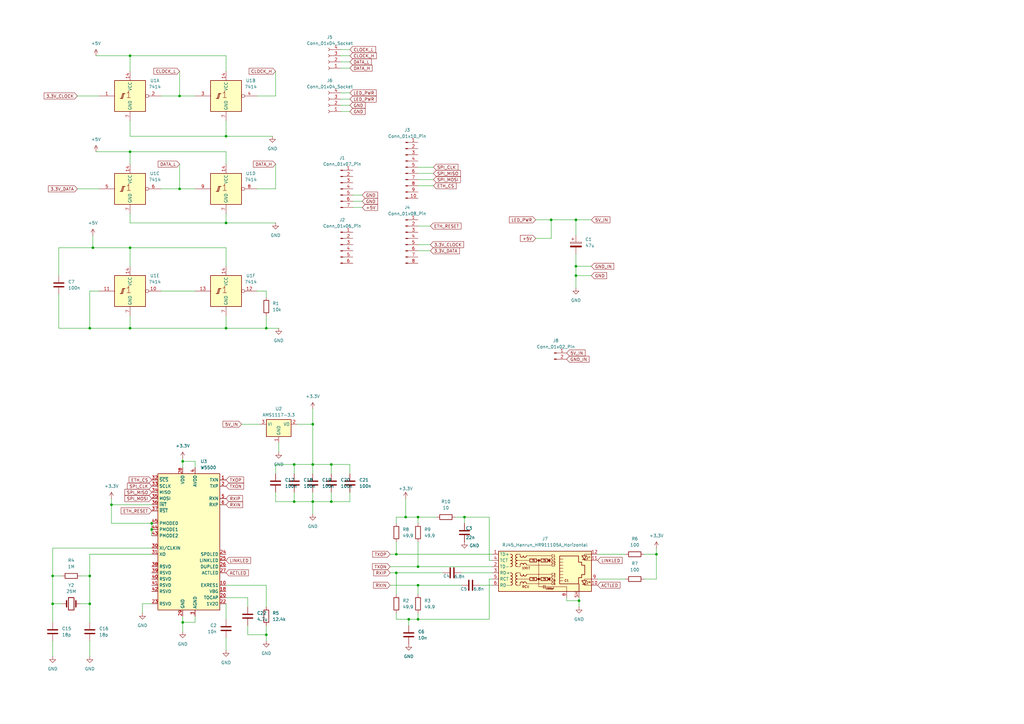
<source format=kicad_sch>
(kicad_sch (version 20231120) (generator "eeschema") (generator_version "8.0")
  (paper "A3")
  (title_block (title "LaserDisplay v2 Shield") (company "Nottingham Hackspace") (comment 2 "Aaron Jackson") (comment 3 "aaron@aaronsplace.co.uk"))
  (lib_symbols
    (symbol "74xx_IEEE:7414"
      (property "Reference" "U" (at 3.81 7.62 0))
      (property "Value" "7414" (at 5.08 -7.62 0))
      (symbol "7414_0_0"
        (text "1" (at -0.508 0.508 0) (effects (font (size 2.54 2.54))))
      )
      (symbol "7414_0_1"
        (pin power_in line (at 0 10.16 270) (length 3.81) (name "VCC") (number "14"))
        (pin power_in line (at 0 -10.16 90) (length 3.81) (name "GND") (number "7"))
      )
      (symbol "7414_1_1"
        (pin input line (at -12.7 0 0) (length 6.35) (name "~") (number "1"))
        (pin output inverted (at 12.7 0 180) (length 6.35) (name "~") (number "2"))
      )
      (symbol "7414_2_1"
        (pin input line (at -12.7 0 0) (length 6.35) (name "~") (number "3"))
        (pin output inverted (at 12.7 0 180) (length 6.35) (name "~") (number "4"))
      )
      (symbol "7414_3_1"
        (pin input line (at -12.7 0 0) (length 6.35) (name "~") (number "5"))
        (pin output inverted (at 12.7 0 180) (length 6.35) (name "~") (number "6"))
      )
      (symbol "7414_4_1"
        (pin output inverted (at 12.7 0 180) (length 6.35) (name "~") (number "8"))
        (pin input line (at -12.7 0 0) (length 6.35) (name "~") (number "9"))
      )
      (symbol "7414_5_1"
        (pin output inverted (at 12.7 0 180) (length 6.35) (name "~") (number "10"))
        (pin input line (at -12.7 0 0) (length 6.35) (name "~") (number "11"))
      )
      (symbol "7414_6_1"
        (pin output inverted (at 12.7 0 180) (length 6.35) (name "~") (number "12"))
        (pin input line (at -12.7 0 0) (length 6.35) (name "~") (number "13"))
      )
    )
    (symbol "Connector:Conn_01x02_Pin" (pin_names (offset 1.016) hide)
      (property "Reference" "J" (at 0 2.54 0))
      (property "Value" "Conn_01x02_Pin" (at 0 -5.08 0))
      (symbol "Conn_01x02_Pin_1_1"
        (pin passive line (at 5.08 0 180) (length 3.81) (name "Pin_1") (number "1"))
        (pin passive line (at 5.08 -2.54 180) (length 3.81) (name "Pin_2") (number "2"))
      )
    )
    (symbol "Connector:Conn_01x04_Socket" (pin_names (offset 1.016) hide)
      (property "Reference" "J" (at 0 5.08 0))
      (property "Value" "Conn_01x04_Socket" (at 0 -7.62 0))
      (symbol "Conn_01x04_Socket_1_1"
        (pin passive line (at -5.08 2.54 0) (length 3.81) (name "Pin_1") (number "1"))
        (pin passive line (at -5.08 0 0) (length 3.81) (name "Pin_2") (number "2"))
        (pin passive line (at -5.08 -2.54 0) (length 3.81) (name "Pin_3") (number "3"))
        (pin passive line (at -5.08 -5.08 0) (length 3.81) (name "Pin_4") (number "4"))
      )
    )
    (symbol "Connector:Conn_01x06_Pin" (pin_names (offset 1.016) hide)
      (property "Reference" "J" (at 0 7.62 0))
      (property "Value" "Conn_01x06_Pin" (at 0 -10.16 0))
      (symbol "Conn_01x06_Pin_1_1"
        (pin passive line (at 5.08 5.08 180) (length 3.81) (name "Pin_1") (number "1"))
        (pin passive line (at 5.08 2.54 180) (length 3.81) (name "Pin_2") (number "2"))
        (pin passive line (at 5.08 0 180) (length 3.81) (name "Pin_3") (number "3"))
        (pin passive line (at 5.08 -2.54 180) (length 3.81) (name "Pin_4") (number "4"))
        (pin passive line (at 5.08 -5.08 180) (length 3.81) (name "Pin_5") (number "5"))
        (pin passive line (at 5.08 -7.62 180) (length 3.81) (name "Pin_6") (number "6"))
      )
    )
    (symbol "Connector:Conn_01x07_Pin" (pin_names (offset 1.016) hide)
      (property "Reference" "J" (at 0 10.16 0))
      (property "Value" "Conn_01x07_Pin" (at 0 -10.16 0))
      (symbol "Conn_01x07_Pin_1_1"
        (pin passive line (at 5.08 7.62 180) (length 3.81) (name "Pin_1") (number "1"))
        (pin passive line (at 5.08 5.08 180) (length 3.81) (name "Pin_2") (number "2"))
        (pin passive line (at 5.08 2.54 180) (length 3.81) (name "Pin_3") (number "3"))
        (pin passive line (at 5.08 0 180) (length 3.81) (name "Pin_4") (number "4"))
        (pin passive line (at 5.08 -2.54 180) (length 3.81) (name "Pin_5") (number "5"))
        (pin passive line (at 5.08 -5.08 180) (length 3.81) (name "Pin_6") (number "6"))
        (pin passive line (at 5.08 -7.62 180) (length 3.81) (name "Pin_7") (number "7"))
      )
    )
    (symbol "Connector:Conn_01x08_Pin" (pin_names (offset 1.016) hide)
      (property "Reference" "J" (at 0 10.16 0))
      (property "Value" "Conn_01x08_Pin" (at 0 -12.7 0))
      (symbol "Conn_01x08_Pin_1_1"
        (pin passive line (at 5.08 7.62 180) (length 3.81) (name "Pin_1") (number "1"))
        (pin passive line (at 5.08 5.08 180) (length 3.81) (name "Pin_2") (number "2"))
        (pin passive line (at 5.08 2.54 180) (length 3.81) (name "Pin_3") (number "3"))
        (pin passive line (at 5.08 0 180) (length 3.81) (name "Pin_4") (number "4"))
        (pin passive line (at 5.08 -2.54 180) (length 3.81) (name "Pin_5") (number "5"))
        (pin passive line (at 5.08 -5.08 180) (length 3.81) (name "Pin_6") (number "6"))
        (pin passive line (at 5.08 -7.62 180) (length 3.81) (name "Pin_7") (number "7"))
        (pin passive line (at 5.08 -10.16 180) (length 3.81) (name "Pin_8") (number "8"))
      )
    )
    (symbol "Connector:Conn_01x10_Pin" (pin_names (offset 1.016) hide)
      (property "Reference" "J" (at 0 12.7 0))
      (property "Value" "Conn_01x10_Pin" (at 0 -15.24 0))
      (symbol "Conn_01x10_Pin_1_1"
        (pin passive line (at 5.08 10.16 180) (length 3.81) (name "Pin_1") (number "1"))
        (pin passive line (at 5.08 -12.7 180) (length 3.81) (name "Pin_10") (number "10"))
        (pin passive line (at 5.08 7.62 180) (length 3.81) (name "Pin_2") (number "2"))
        (pin passive line (at 5.08 5.08 180) (length 3.81) (name "Pin_3") (number "3"))
        (pin passive line (at 5.08 2.54 180) (length 3.81) (name "Pin_4") (number "4"))
        (pin passive line (at 5.08 0 180) (length 3.81) (name "Pin_5") (number "5"))
        (pin passive line (at 5.08 -2.54 180) (length 3.81) (name "Pin_6") (number "6"))
        (pin passive line (at 5.08 -5.08 180) (length 3.81) (name "Pin_7") (number "7"))
        (pin passive line (at 5.08 -7.62 180) (length 3.81) (name "Pin_8") (number "8"))
        (pin passive line (at 5.08 -10.16 180) (length 3.81) (name "Pin_9") (number "9"))
      )
    )
    (symbol "Connector:RJ45_Hanrun_HR911105A_Horizontal"
      (property "Reference" "J" (at 18.415 10.16 0))
      (property "Value" "RJ45_Hanrun_HR911105A_Horizontal" (at -19.05 10.16 0))
      (symbol "RJ45_Hanrun_HR911105A_Horizontal_0_0"
        (text "C1" (at 4.699 6.985 0) (effects (font (size 0.889 0.889))))
        (text "C1" (at 10.16 -3.175 0) (effects (font (size 0.889 0.889))))
        (text "C2" (at 4.699 3.175 0) (effects (font (size 0.889 0.889))))
        (text "C3" (at 4.699 -0.635 0) (effects (font (size 0.889 0.889))))
        (text "C4" (at 4.699 5.715 0) (effects (font (size 0.889 0.889))))
        (text "C5" (at 4.699 4.445 0) (effects (font (size 0.889 0.889))))
        (text "C6" (at 4.699 -4.445 0) (effects (font (size 0.889 0.889))))
        (text "C7" (at 4.699 -1.905 0) (effects (font (size 0.889 0.889))))
        (text "C8" (at 4.699 -3.175 0) (effects (font (size 0.889 0.889))))
        (text "RCV" (at -8.255 -5.715 0) (effects (font (size 1.016 1.016)) (justify left)))
        (text "XMIT" (at -8.255 1.905 0) (effects (font (size 1.016 1.016)) (justify left)))
      )
      (symbol "RJ45_Hanrun_HR911105A_Horizontal_1_0"
        (text "1000pF" (at 3.302 -6.477 0) (effects (font (size 0.635 0.635))))
      )
      (symbol "RJ45_Hanrun_HR911105A_Horizontal_1_1"
        (text "75" (at -3.556 -2.54 0) (effects (font (size 0.635 0.635))))
        (text "75" (at -3.556 5.08 0) (effects (font (size 0.635 0.635))))
        (text "75" (at 1.016 -2.54 0) (effects (font (size 0.635 0.635))))
        (text "75" (at 1.016 5.08 0) (effects (font (size 0.635 0.635))))
        (text "G" (at 19.685 -3.81 0) (effects (font (size 0.635 0.635))))
        (text "Y" (at 19.558 6.35 0) (effects (font (size 0.635 0.635))))
        (pin passive line (at -20.32 7.62 0) (length 2.54) (name "TD+") (number "1"))
        (pin passive line (at 22.86 -5.08 180) (length 2.54) (name "") (number "10"))
        (pin passive line (at 22.86 5.08 180) (length 2.54) (name "") (number "11"))
        (pin passive line (at 22.86 7.62 180) (length 2.54) (name "") (number "12"))
        (pin passive line (at -20.32 2.54 0) (length 2.54) (name "TD-") (number "2"))
        (pin passive line (at -20.32 0 0) (length 2.54) (name "RD+") (number "3"))
        (pin passive line (at -20.32 5.08 0) (length 2.54) (name "TCT") (number "4"))
        (pin passive line (at -20.32 -2.54 0) (length 2.54) (name "RCT") (number "5"))
        (pin passive line (at -20.32 -5.08 0) (length 2.54) (name "RD-") (number "6"))
        (pin no_connect line (at 20.32 0 0) (length 0) hide (name "NC") (number "7"))
        (pin power_in line (at 10.16 -10.16 90) (length 2.54) (name "") (number "8"))
        (pin passive line (at 22.86 -2.54 180) (length 2.54) (name "") (number "9"))
        (pin passive line (at 15.24 -10.16 90) (length 2.54) (name "") (number "SH"))
      )
    )
    (symbol "Device:C" (pin_numbers hide) (pin_names (offset 0.254))
      (property "Reference" "C" (at 0.635 2.54 0))
      (property "Value" "C" (at 0.635 -2.54 0))
      (symbol "C_1_1"
        (pin passive line (at 0 3.81 270) (length 2.794) (name "~") (number "1"))
        (pin passive line (at 0 -3.81 90) (length 2.794) (name "~") (number "2"))
      )
    )
    (symbol "Device:C_Polarized" (pin_numbers hide) (pin_names (offset 0.254))
      (property "Reference" "C" (at 0.635 2.54 0))
      (property "Value" "C_Polarized" (at 0.635 -2.54 0))
      (symbol "C_Polarized_1_1"
        (pin passive line (at 0 3.81 270) (length 2.794) (name "~") (number "1"))
        (pin passive line (at 0 -3.81 90) (length 2.794) (name "~") (number "2"))
      )
    )
    (symbol "Device:Crystal" (pin_numbers hide) (pin_names (offset 1.016) hide)
      (property "Reference" "Y" (at 0 3.81 0))
      (property "Value" "Crystal" (at 0 -3.81 0))
      (symbol "Crystal_1_1"
        (pin passive line (at -3.81 0 0) (length 1.27) (name "1") (number "1"))
        (pin passive line (at 3.81 0 180) (length 1.27) (name "2") (number "2"))
      )
    )
    (symbol "Device:R" (pin_numbers hide) (pin_names (offset 0))
      (property "Reference" "R" (at 2.032 0 90))
      (property "Value" "R" (at 0 0 90))
      (symbol "R_1_1"
        (pin passive line (at 0 3.81 270) (length 1.27) (name "~") (number "1"))
        (pin passive line (at 0 -3.81 90) (length 1.27) (name "~") (number "2"))
      )
    )
    (symbol "Interface_Ethernet:W5500"
      (property "Reference" "U" (at -11.43 29.21 0))
      (property "Value" "W5500" (at 8.89 29.21 0))
      (symbol "W5500_1_1"
        (pin output line (at 15.24 25.4 180) (length 2.54) (name "TXN") (number "1"))
        (pin passive line (at 15.24 -17.78 180) (length 2.54) (name "EXRES1") (number "10"))
        (pin passive line (at 2.54 30.48 270) (length 2.54) hide (name "AVDD") (number "11"))
        (pin no_connect line (at 12.7 7.62 180) (length 2.54) hide (name "NC") (number "12"))
        (pin no_connect line (at 12.7 5.08 180) (length 2.54) hide (name "NC") (number "13"))
        (pin passive line (at 2.54 -30.48 90) (length 2.54) hide (name "AGND") (number "14"))
        (pin passive line (at 2.54 30.48 270) (length 2.54) hide (name "AVDD") (number "15"))
        (pin passive line (at 2.54 -30.48 90) (length 2.54) hide (name "AGND") (number "16"))
        (pin passive line (at 2.54 30.48 270) (length 2.54) hide (name "AVDD") (number "17"))
        (pin passive line (at 15.24 -20.32 180) (length 2.54) (name "VBG") (number "18"))
        (pin passive line (at 2.54 -30.48 90) (length 2.54) hide (name "AGND") (number "19"))
        (pin output line (at 15.24 22.86 180) (length 2.54) (name "TXP") (number "2"))
        (pin passive line (at 15.24 -22.86 180) (length 2.54) (name "TOCAP") (number "20"))
        (pin passive line (at 2.54 30.48 270) (length 2.54) hide (name "AVDD") (number "21"))
        (pin output line (at 15.24 -25.4 180) (length 2.54) (name "1V2O") (number "22"))
        (pin input line (at -15.24 -25.4 0) (length 2.54) (name "RSVD") (number "23"))
        (pin output line (at 15.24 -5.08 180) (length 2.54) (name "SPDLED") (number "24"))
        (pin output line (at 15.24 -7.62 180) (length 2.54) (name "LINKLED") (number "25"))
        (pin output line (at 15.24 -10.16 180) (length 2.54) (name "DUPLED") (number "26"))
        (pin output line (at 15.24 -12.7 180) (length 2.54) (name "ACTLED") (number "27"))
        (pin power_in line (at -2.54 30.48 270) (length 2.54) (name "VDD") (number "28"))
        (pin power_in line (at -2.54 -30.48 90) (length 2.54) (name "GND") (number "29"))
        (pin power_in line (at 2.54 -30.48 90) (length 2.54) (name "AGND") (number "3"))
        (pin input line (at -15.24 -2.54 0) (length 2.54) (name "XI/CLKIN") (number "30"))
        (pin output line (at -15.24 -5.08 0) (length 2.54) (name "XO") (number "31"))
        (pin input line (at -15.24 25.4 0) (length 2.54) (name "~{SCS}") (number "32"))
        (pin input line (at -15.24 22.86 0) (length 2.54) (name "SCLK") (number "33"))
        (pin output line (at -15.24 20.32 0) (length 2.54) (name "MISO") (number "34"))
        (pin input line (at -15.24 17.78 0) (length 2.54) (name "MOSI") (number "35"))
        (pin input line (at -15.24 15.24 0) (length 2.54) (name "~{INT}") (number "36"))
        (pin input line (at -15.24 12.7 0) (length 2.54) (name "~{RST}") (number "37"))
        (pin input line (at -15.24 -10.16 0) (length 2.54) (name "RSVD") (number "38"))
        (pin input line (at -15.24 -12.7 0) (length 2.54) (name "RSVD") (number "39"))
        (pin power_in line (at 2.54 30.48 270) (length 2.54) (name "AVDD") (number "4"))
        (pin input line (at -15.24 -15.24 0) (length 2.54) (name "RSVD") (number "40"))
        (pin input line (at -15.24 -17.78 0) (length 2.54) (name "RSVD") (number "41"))
        (pin input line (at -15.24 -20.32 0) (length 2.54) (name "RSVD") (number "42"))
        (pin input line (at -15.24 2.54 0) (length 2.54) (name "PMODE2") (number "43"))
        (pin input line (at -15.24 5.08 0) (length 2.54) (name "PMODE1") (number "44"))
        (pin input line (at -15.24 7.62 0) (length 2.54) (name "PMODE0") (number "45"))
        (pin no_connect line (at 12.7 2.54 180) (length 2.54) hide (name "NC") (number "46"))
        (pin no_connect line (at 12.7 0 180) (length 2.54) hide (name "NC") (number "47"))
        (pin passive line (at 2.54 -30.48 90) (length 2.54) hide (name "AGND") (number "48"))
        (pin input line (at 15.24 17.78 180) (length 2.54) (name "RXN") (number "5"))
        (pin input line (at 15.24 15.24 180) (length 2.54) (name "RXP") (number "6"))
        (pin no_connect line (at 12.7 10.16 180) (length 2.54) hide (name "DNC") (number "7"))
        (pin passive line (at 2.54 30.48 270) (length 2.54) hide (name "AVDD") (number "8"))
        (pin passive line (at 2.54 -30.48 90) (length 2.54) hide (name "AGND") (number "9"))
      )
    )
    (symbol "Regulator_Linear:AMS1117-3.3"
      (property "Reference" "U" (at -3.81 3.175 0))
      (property "Value" "AMS1117-3.3" (at 0 3.175 0))
      (symbol "AMS1117-3.3_1_1"
        (pin power_in line (at 0 -7.62 90) (length 2.54) (name "GND") (number "1"))
        (pin power_out line (at 7.62 0 180) (length 2.54) (name "VO") (number "2"))
        (pin power_in line (at -7.62 0 0) (length 2.54) (name "VI") (number "3"))
      )
    )
    (symbol "power:+3.3V" (power) (pin_numbers hide) (pin_names (offset 0) hide)
      (property "Value" "+3.3V" (at 0 3.556 0))
      (symbol "+3.3V_1_1"
        (pin power_in line (at 0 0 90) (length 0) (name "~") (number "1"))
      )
    )
    (symbol "power:+5V" (power) (pin_numbers hide) (pin_names (offset 0) hide)
      (property "Value" "+5V" (at 0 3.556 0))
      (symbol "+5V_1_1"
        (pin power_in line (at 0 0 90) (length 0) (name "~") (number "1"))
      )
    )
    (symbol "power:GND" (power) (pin_numbers hide) (pin_names (offset 0) hide)
      (property "Value" "GND" (at 0 -3.81 0))
      (symbol "GND_1_1"
        (pin power_in line (at 0 0 270) (length 0) (name "~") (number "1"))
      )
    )
  )
  (junction (at 190.5 212.09))
  (junction (at 109.22 260.35))
  (junction (at 38.1 101.6))
  (junction (at 21.59 247.65))
  (junction (at 92.71 55.88))
  (junction (at 74.93 255.27))
  (junction (at 53.34 101.6))
  (junction (at 53.34 62.23))
  (junction (at 53.34 134.62))
  (junction (at 226.06 90.17))
  (junction (at 171.45 240.03))
  (junction (at 74.93 189.23))
  (junction (at 128.27 190.5))
  (junction (at 128.27 205.74))
  (junction (at 236.22 90.17))
  (junction (at 62.23 217.17))
  (junction (at 120.65 205.74))
  (junction (at 171.45 212.09))
  (junction (at 36.83 134.62))
  (junction (at 171.45 232.41))
  (junction (at 135.89 205.74))
  (junction (at 171.45 254))
  (junction (at 21.59 236.22))
  (junction (at 73.66 39.37))
  (junction (at 162.56 234.95))
  (junction (at 236.22 109.22))
  (junction (at 167.64 254))
  (junction (at 109.22 134.62))
  (junction (at 92.71 91.44))
  (junction (at 73.66 77.47))
  (junction (at 236.22 113.03))
  (junction (at 128.27 173.99))
  (junction (at 53.34 22.86))
  (junction (at 269.24 227.33))
  (junction (at 135.89 190.5))
  (junction (at 36.83 247.65))
  (junction (at 45.72 207.01))
  (junction (at 166.37 212.09))
  (junction (at 237.49 246.38))
  (junction (at 62.23 214.63))
  (junction (at 120.65 190.5))
  (junction (at 92.71 134.62))
  (junction (at 36.83 236.22))
  (junction (at 162.56 227.33))
  (wire (pts (xy 171.45 73.66) (xy 177.8 73.66)))
  (wire (pts (xy 171.45 102.87) (xy 176.53 102.87)))
  (wire (pts (xy 101.6 245.11) (xy 101.6 248.92)))
  (wire (pts (xy 201.93 229.87) (xy 200.66 229.87)))
  (wire (pts (xy 38.1 101.6) (xy 38.1 96.52)))
  (wire (pts (xy 73.66 77.47) (xy 80.01 77.47)))
  (wire (pts (xy 74.93 187.96) (xy 74.93 189.23)))
  (wire (pts (xy 269.24 227.33) (xy 269.24 237.49)))
  (wire (pts (xy 160.02 240.03) (xy 171.45 240.03)))
  (wire (pts (xy 53.34 101.6) (xy 53.34 109.22)))
  (wire (pts (xy 105.41 39.37) (xy 113.03 39.37)))
  (wire (pts (xy 128.27 190.5) (xy 128.27 194.31)))
  (wire (pts (xy 45.72 207.01) (xy 62.23 207.01)))
  (wire (pts (xy 58.42 247.65) (xy 62.23 247.65)))
  (wire (pts (xy 36.83 119.38) (xy 36.83 134.62)))
  (wire (pts (xy 144.78 82.55) (xy 148.59 82.55)))
  (wire (pts (xy 45.72 207.01) (xy 45.72 214.63)))
  (wire (pts (xy 236.22 90.17) (xy 236.22 96.52)))
  (wire (pts (xy 237.49 246.38) (xy 237.49 248.92)))
  (wire (pts (xy 53.34 129.54) (xy 53.34 134.62)))
  (wire (pts (xy 92.71 134.62) (xy 109.22 134.62)))
  (wire (pts (xy 128.27 190.5) (xy 135.89 190.5)))
  (wire (pts (xy 53.34 91.44) (xy 92.71 91.44)))
  (wire (pts (xy 33.02 247.65) (xy 36.83 247.65)))
  (wire (pts (xy 24.13 101.6) (xy 24.13 113.03)))
  (wire (pts (xy 113.03 194.31) (xy 113.03 190.5)))
  (wire (pts (xy 143.51 205.74) (xy 143.51 201.93)))
  (wire (pts (xy 219.71 90.17) (xy 226.06 90.17)))
  (wire (pts (xy 128.27 205.74) (xy 135.89 205.74)))
  (wire (pts (xy 62.23 214.63) (xy 62.23 217.17)))
  (wire (pts (xy 139.7 20.32) (xy 143.51 20.32)))
  (wire (pts (xy 144.78 85.09) (xy 148.59 85.09)))
  (wire (pts (xy 200.66 237.49) (xy 200.66 254)))
  (wire (pts (xy 160.02 232.41) (xy 171.45 232.41)))
  (wire (pts (xy 135.89 201.93) (xy 135.89 205.74)))
  (wire (pts (xy 92.71 29.21) (xy 92.71 22.86)))
  (wire (pts (xy 21.59 236.22) (xy 25.4 236.22)))
  (wire (pts (xy 38.1 101.6) (xy 24.13 101.6)))
  (wire (pts (xy 135.89 205.74) (xy 143.51 205.74)))
  (wire (pts (xy 74.93 252.73) (xy 74.93 255.27)))
  (wire (pts (xy 21.59 262.89) (xy 21.59 269.24)))
  (wire (pts (xy 73.66 39.37) (xy 80.01 39.37)))
  (wire (pts (xy 31.75 39.37) (xy 40.64 39.37)))
  (wire (pts (xy 237.49 245.11) (xy 237.49 246.38)))
  (wire (pts (xy 113.03 77.47) (xy 105.41 77.47)))
  (wire (pts (xy 171.45 68.58) (xy 177.8 68.58)))
  (wire (pts (xy 242.57 90.17) (xy 236.22 90.17)))
  (wire (pts (xy 167.64 254) (xy 167.64 256.54)))
  (wire (pts (xy 120.65 201.93) (xy 120.65 205.74)))
  (wire (pts (xy 25.4 247.65) (xy 21.59 247.65)))
  (wire (pts (xy 36.83 247.65) (xy 36.83 255.27)))
  (wire (pts (xy 171.45 92.71) (xy 176.53 92.71)))
  (wire (pts (xy 139.7 45.72) (xy 143.51 45.72)))
  (wire (pts (xy 242.57 113.03) (xy 236.22 113.03)))
  (wire (pts (xy 232.41 246.38) (xy 237.49 246.38)))
  (wire (pts (xy 92.71 67.31) (xy 92.71 62.23)))
  (wire (pts (xy 196.85 240.03) (xy 201.93 240.03)))
  (wire (pts (xy 200.66 254) (xy 171.45 254)))
  (wire (pts (xy 92.71 247.65) (xy 92.71 254)))
  (wire (pts (xy 101.6 260.35) (xy 101.6 256.54)))
  (wire (pts (xy 162.56 234.95) (xy 181.61 234.95)))
  (wire (pts (xy 109.22 119.38) (xy 109.22 121.92)))
  (wire (pts (xy 171.45 240.03) (xy 189.23 240.03)))
  (wire (pts (xy 99.06 173.99) (xy 106.68 173.99)))
  (wire (pts (xy 109.22 256.54) (xy 109.22 260.35)))
  (wire (pts (xy 92.71 240.03) (xy 109.22 240.03)))
  (wire (pts (xy 40.64 119.38) (xy 36.83 119.38)))
  (wire (pts (xy 219.71 97.79) (xy 226.06 97.79)))
  (wire (pts (xy 171.45 240.03) (xy 171.45 243.84)))
  (wire (pts (xy 92.71 129.54) (xy 92.71 134.62)))
  (wire (pts (xy 128.27 205.74) (xy 128.27 210.82)))
  (wire (pts (xy 120.65 190.5) (xy 128.27 190.5)))
  (wire (pts (xy 92.71 245.11) (xy 101.6 245.11)))
  (wire (pts (xy 21.59 236.22) (xy 21.59 224.79)))
  (wire (pts (xy 73.66 29.21) (xy 73.66 39.37)))
  (wire (pts (xy 171.45 222.25) (xy 171.45 232.41)))
  (wire (pts (xy 92.71 22.86) (xy 53.34 22.86)))
  (wire (pts (xy 162.56 234.95) (xy 162.56 243.84)))
  (wire (pts (xy 236.22 113.03) (xy 236.22 118.11)))
  (wire (pts (xy 135.89 194.31) (xy 135.89 190.5)))
  (wire (pts (xy 21.59 224.79) (xy 62.23 224.79)))
  (wire (pts (xy 171.45 212.09) (xy 171.45 214.63)))
  (wire (pts (xy 171.45 76.2) (xy 177.8 76.2)))
  (wire (pts (xy 190.5 212.09) (xy 186.69 212.09)))
  (wire (pts (xy 120.65 190.5) (xy 120.65 194.31)))
  (wire (pts (xy 31.75 77.47) (xy 40.64 77.47)))
  (wire (pts (xy 162.56 222.25) (xy 162.56 227.33)))
  (wire (pts (xy 113.03 205.74) (xy 120.65 205.74)))
  (wire (pts (xy 171.45 212.09) (xy 166.37 212.09)))
  (wire (pts (xy 114.3 181.61) (xy 114.3 185.42)))
  (wire (pts (xy 269.24 237.49) (xy 264.16 237.49)))
  (wire (pts (xy 113.03 29.21) (xy 113.03 39.37)))
  (wire (pts (xy 144.78 80.01) (xy 148.59 80.01)))
  (wire (pts (xy 121.92 173.99) (xy 128.27 173.99)))
  (wire (pts (xy 166.37 204.47) (xy 166.37 212.09)))
  (wire (pts (xy 120.65 205.74) (xy 128.27 205.74)))
  (wire (pts (xy 139.7 27.94) (xy 143.51 27.94)))
  (wire (pts (xy 139.7 43.18) (xy 143.51 43.18)))
  (wire (pts (xy 264.16 227.33) (xy 269.24 227.33)))
  (wire (pts (xy 109.22 260.35) (xy 101.6 260.35)))
  (wire (pts (xy 33.02 236.22) (xy 36.83 236.22)))
  (wire (pts (xy 143.51 190.5) (xy 143.51 194.31)))
  (wire (pts (xy 162.56 212.09) (xy 162.56 214.63)))
  (wire (pts (xy 171.45 251.46) (xy 171.45 254)))
  (wire (pts (xy 74.93 189.23) (xy 80.01 189.23)))
  (wire (pts (xy 109.22 240.03) (xy 109.22 248.92)))
  (wire (pts (xy 24.13 120.65) (xy 24.13 134.62)))
  (wire (pts (xy 226.06 90.17) (xy 236.22 90.17)))
  (wire (pts (xy 53.34 62.23) (xy 92.71 62.23)))
  (wire (pts (xy 190.5 214.63) (xy 190.5 212.09)))
  (wire (pts (xy 109.22 134.62) (xy 114.3 134.62)))
  (wire (pts (xy 66.04 77.47) (xy 73.66 77.47)))
  (wire (pts (xy 200.66 212.09) (xy 190.5 212.09)))
  (wire (pts (xy 92.71 87.63) (xy 92.71 91.44)))
  (wire (pts (xy 21.59 247.65) (xy 21.59 236.22)))
  (wire (pts (xy 53.34 134.62) (xy 92.71 134.62)))
  (wire (pts (xy 36.83 134.62) (xy 53.34 134.62)))
  (wire (pts (xy 171.45 254) (xy 167.64 254)))
  (wire (pts (xy 171.45 71.12) (xy 177.8 71.12)))
  (wire (pts (xy 53.34 22.86) (xy 39.37 22.86)))
  (wire (pts (xy 135.89 190.5) (xy 143.51 190.5)))
  (wire (pts (xy 189.23 234.95) (xy 201.93 234.95)))
  (wire (pts (xy 80.01 189.23) (xy 80.01 191.77)))
  (wire (pts (xy 113.03 190.5) (xy 120.65 190.5)))
  (wire (pts (xy 66.04 39.37) (xy 73.66 39.37)))
  (wire (pts (xy 21.59 247.65) (xy 21.59 255.27)))
  (wire (pts (xy 74.93 189.23) (xy 74.93 191.77)))
  (wire (pts (xy 242.57 109.22) (xy 236.22 109.22)))
  (wire (pts (xy 80.01 252.73) (xy 80.01 255.27)))
  (wire (pts (xy 200.66 229.87) (xy 200.66 212.09)))
  (wire (pts (xy 39.37 62.23) (xy 53.34 62.23)))
  (wire (pts (xy 74.93 255.27) (xy 74.93 259.08)))
  (wire (pts (xy 58.42 247.65) (xy 58.42 251.46)))
  (wire (pts (xy 62.23 217.17) (xy 62.23 219.71)))
  (wire (pts (xy 167.64 254) (xy 162.56 254)))
  (wire (pts (xy 105.41 119.38) (xy 109.22 119.38)))
  (wire (pts (xy 226.06 90.17) (xy 226.06 97.79)))
  (wire (pts (xy 139.7 25.4) (xy 143.51 25.4)))
  (wire (pts (xy 24.13 134.62) (xy 36.83 134.62)))
  (wire (pts (xy 66.04 119.38) (xy 80.01 119.38)))
  (wire (pts (xy 92.71 109.22) (xy 92.71 101.6)))
  (wire (pts (xy 232.41 245.11) (xy 232.41 246.38)))
  (wire (pts (xy 160.02 234.95) (xy 162.56 234.95)))
  (wire (pts (xy 139.7 38.1) (xy 143.51 38.1)))
  (wire (pts (xy 73.66 67.31) (xy 73.66 77.47)))
  (wire (pts (xy 53.34 87.63) (xy 53.34 91.44)))
  (wire (pts (xy 160.02 227.33) (xy 162.56 227.33)))
  (wire (pts (xy 92.71 49.53) (xy 92.71 55.88)))
  (wire (pts (xy 162.56 227.33) (xy 201.93 227.33)))
  (wire (pts (xy 53.34 49.53) (xy 53.34 55.88)))
  (wire (pts (xy 53.34 62.23) (xy 53.34 67.31)))
  (wire (pts (xy 236.22 109.22) (xy 236.22 104.14)))
  (wire (pts (xy 236.22 109.22) (xy 236.22 113.03)))
  (wire (pts (xy 162.56 254) (xy 162.56 251.46)))
  (wire (pts (xy 113.03 67.31) (xy 113.03 77.47)))
  (wire (pts (xy 45.72 204.47) (xy 45.72 207.01)))
  (wire (pts (xy 113.03 201.93) (xy 113.03 205.74)))
  (wire (pts (xy 36.83 227.33) (xy 62.23 227.33)))
  (wire (pts (xy 45.72 214.63) (xy 62.23 214.63)))
  (wire (pts (xy 139.7 22.86) (xy 143.51 22.86)))
  (wire (pts (xy 245.11 237.49) (xy 256.54 237.49)))
  (wire (pts (xy 53.34 101.6) (xy 92.71 101.6)))
  (wire (pts (xy 128.27 201.93) (xy 128.27 205.74)))
  (wire (pts (xy 269.24 224.79) (xy 269.24 227.33)))
  (wire (pts (xy 128.27 173.99) (xy 128.27 190.5)))
  (wire (pts (xy 92.71 55.88) (xy 111.76 55.88)))
  (wire (pts (xy 92.71 261.62) (xy 92.71 266.7)))
  (wire (pts (xy 139.7 40.64) (xy 143.51 40.64)))
  (wire (pts (xy 171.45 212.09) (xy 179.07 212.09)))
  (wire (pts (xy 38.1 101.6) (xy 53.34 101.6)))
  (wire (pts (xy 109.22 129.54) (xy 109.22 134.62)))
  (wire (pts (xy 245.11 227.33) (xy 256.54 227.33)))
  (wire (pts (xy 171.45 100.33) (xy 176.53 100.33)))
  (wire (pts (xy 53.34 55.88) (xy 92.71 55.88)))
  (wire (pts (xy 128.27 167.64) (xy 128.27 173.99)))
  (wire (pts (xy 171.45 232.41) (xy 201.93 232.41)))
  (wire (pts (xy 166.37 212.09) (xy 162.56 212.09)))
  (wire (pts (xy 53.34 22.86) (xy 53.34 29.21)))
  (wire (pts (xy 201.93 237.49) (xy 200.66 237.49)))
  (wire (pts (xy 109.22 260.35) (xy 109.22 262.89)))
  (wire (pts (xy 36.83 236.22) (xy 36.83 247.65)))
  (wire (pts (xy 92.71 91.44) (xy 113.03 91.44)))
  (wire (pts (xy 36.83 236.22) (xy 36.83 227.33)))
  (wire (pts (xy 36.83 262.89) (xy 36.83 269.24)))
  (wire (pts (xy 80.01 255.27) (xy 74.93 255.27)))
  (global_label "GND" (shape input) (at 242.57 113.03 0) (property "Intersheetrefs" "${INTERSHEET_REFS}" (effects (hide yes))))
  (global_label "SPI_MISO" (shape input) (at 177.8 71.12 0) (property "Intersheetrefs" "${INTERSHEET_REFS}" (effects (hide yes))))
  (global_label "RXIN" (shape input) (at 160.02 240.03 180) (property "Intersheetrefs" "${INTERSHEET_REFS}" (effects (hide yes))))
  (global_label "+5V" (shape input) (at 148.59 85.09 0) (property "Intersheetrefs" "${INTERSHEET_REFS}" (effects (hide yes))))
  (global_label "ETH_CS" (shape input) (at 62.23 196.85 180) (property "Intersheetrefs" "${INTERSHEET_REFS}" (effects (hide yes))))
  (global_label "RXIN" (shape input) (at 92.71 207.01 0) (property "Intersheetrefs" "${INTERSHEET_REFS}" (effects (hide yes))))
  (global_label "SPI_MOSI" (shape input) (at 177.8 73.66 0) (property "Intersheetrefs" "${INTERSHEET_REFS}" (effects (hide yes))))
  (global_label "TXON" (shape input) (at 92.71 199.39 0) (property "Intersheetrefs" "${INTERSHEET_REFS}" (effects (hide yes))))
  (global_label "TXOP" (shape input) (at 92.71 196.85 0) (property "Intersheetrefs" "${INTERSHEET_REFS}" (effects (hide yes))))
  (global_label "GND" (shape input) (at 143.51 43.18 0) (property "Intersheetrefs" "${INTERSHEET_REFS}" (effects (hide yes))))
  (global_label "DATA_L" (shape input) (at 73.66 67.31 180) (property "Intersheetrefs" "${INTERSHEET_REFS}" (effects (hide yes))))
  (global_label "ETH_RESET" (shape input) (at 176.53 92.71 0) (property "Intersheetrefs" "${INTERSHEET_REFS}" (effects (hide yes))))
  (global_label "GND" (shape input) (at 148.59 80.01 0) (property "Intersheetrefs" "${INTERSHEET_REFS}" (effects (hide yes))))
  (global_label "CLOCK_H" (shape input) (at 113.03 29.21 180) (property "Intersheetrefs" "${INTERSHEET_REFS}" (effects (hide yes))))
  (global_label "ACTLED" (shape input) (at 92.71 234.95 0) (property "Intersheetrefs" "${INTERSHEET_REFS}" (effects (hide yes))))
  (global_label "ACTLED" (shape input) (at 245.11 240.03 0) (property "Intersheetrefs" "${INTERSHEET_REFS}" (effects (hide yes))))
  (global_label "DATA_H" (shape input) (at 113.03 67.31 180) (property "Intersheetrefs" "${INTERSHEET_REFS}" (effects (hide yes))))
  (global_label "LED_PWR" (shape input) (at 143.51 40.64 0) (property "Intersheetrefs" "${INTERSHEET_REFS}" (effects (hide yes))))
  (global_label "TXON" (shape input) (at 160.02 232.41 180) (property "Intersheetrefs" "${INTERSHEET_REFS}" (effects (hide yes))))
  (global_label "CLOCK_L" (shape input) (at 143.51 20.32 0) (property "Intersheetrefs" "${INTERSHEET_REFS}" (effects (hide yes))))
  (global_label "+5V" (shape input) (at 219.71 97.79 180) (property "Intersheetrefs" "${INTERSHEET_REFS}" (effects (hide yes))))
  (global_label "RXIP" (shape input) (at 160.02 234.95 180) (property "Intersheetrefs" "${INTERSHEET_REFS}" (effects (hide yes))))
  (global_label "SPI_CLK" (shape input) (at 62.23 199.39 180) (property "Intersheetrefs" "${INTERSHEET_REFS}" (effects (hide yes))))
  (global_label "GND" (shape input) (at 148.59 82.55 0) (property "Intersheetrefs" "${INTERSHEET_REFS}" (effects (hide yes))))
  (global_label "3.3V_CLOCK" (shape input) (at 31.75 39.37 180) (property "Intersheetrefs" "${INTERSHEET_REFS}" (effects (hide yes))))
  (global_label "3.3V_CLOCK" (shape input) (at 176.53 100.33 0) (property "Intersheetrefs" "${INTERSHEET_REFS}" (effects (hide yes))))
  (global_label "CLOCK_H" (shape input) (at 143.51 22.86 0) (property "Intersheetrefs" "${INTERSHEET_REFS}" (effects (hide yes))))
  (global_label "CLOCK_L" (shape input) (at 73.66 29.21 180) (property "Intersheetrefs" "${INTERSHEET_REFS}" (effects (hide yes))))
  (global_label "ETH_RESET" (shape input) (at 62.23 209.55 180) (property "Intersheetrefs" "${INTERSHEET_REFS}" (effects (hide yes))))
  (global_label "ETH_CS" (shape input) (at 177.8 76.2 0) (property "Intersheetrefs" "${INTERSHEET_REFS}" (effects (hide yes))))
  (global_label "LINKLED" (shape input) (at 245.11 229.87 0) (property "Intersheetrefs" "${INTERSHEET_REFS}" (effects (hide yes))))
  (global_label "GND" (shape input) (at 143.51 45.72 0) (property "Intersheetrefs" "${INTERSHEET_REFS}" (effects (hide yes))))
  (global_label "DATA_L" (shape input) (at 143.51 25.4 0) (property "Intersheetrefs" "${INTERSHEET_REFS}" (effects (hide yes))))
  (global_label "GND_IN" (shape input) (at 242.57 109.22 0) (property "Intersheetrefs" "${INTERSHEET_REFS}" (effects (hide yes))))
  (global_label "3.3V_DATA" (shape input) (at 31.75 77.47 180) (property "Intersheetrefs" "${INTERSHEET_REFS}" (effects (hide yes))))
  (global_label "RXIP" (shape input) (at 92.71 204.47 0) (property "Intersheetrefs" "${INTERSHEET_REFS}" (effects (hide yes))))
  (global_label "LED_PWR" (shape input) (at 143.51 38.1 0) (property "Intersheetrefs" "${INTERSHEET_REFS}" (effects (hide yes))))
  (global_label "SPI_MISO" (shape input) (at 62.23 201.93 180) (property "Intersheetrefs" "${INTERSHEET_REFS}" (effects (hide yes))))
  (global_label "5V_IN" (shape input) (at 242.57 90.17 0) (property "Intersheetrefs" "${INTERSHEET_REFS}" (effects (hide yes))))
  (global_label "DATA_H" (shape input) (at 143.51 27.94 0) (property "Intersheetrefs" "${INTERSHEET_REFS}" (effects (hide yes))))
  (global_label "5V_IN" (shape input) (at 232.41 144.78 0) (property "Intersheetrefs" "${INTERSHEET_REFS}" (effects (hide yes))))
  (global_label "SPI_CLK" (shape input) (at 177.8 68.58 0) (property "Intersheetrefs" "${INTERSHEET_REFS}" (effects (hide yes))))
  (global_label "GND_IN" (shape input) (at 232.41 147.32 0) (property "Intersheetrefs" "${INTERSHEET_REFS}" (effects (hide yes))))
  (global_label "SPI_MOSI" (shape input) (at 62.23 204.47 180) (property "Intersheetrefs" "${INTERSHEET_REFS}" (effects (hide yes))))
  (global_label "5V_IN" (shape input) (at 99.06 173.99 180) (property "Intersheetrefs" "${INTERSHEET_REFS}" (effects (hide yes))))
  (global_label "TXOP" (shape input) (at 160.02 227.33 180) (property "Intersheetrefs" "${INTERSHEET_REFS}" (effects (hide yes))))
  (global_label "LINKLED" (shape input) (at 92.71 229.87 0) (property "Intersheetrefs" "${INTERSHEET_REFS}" (effects (hide yes))))
  (global_label "LED_PWR" (shape input) (at 219.71 90.17 180) (property "Intersheetrefs" "${INTERSHEET_REFS}" (effects (hide yes))))
  (global_label "3.3V_DATA" (shape input) (at 176.53 102.87 0) (property "Intersheetrefs" "${INTERSHEET_REFS}" (effects (hide yes))))
  (symbol (lib_id "74xx_IEEE:7414") (at 53.34 119.38 0) (unit 5)
    (property "Reference" "U1" (at 63.5 113.0614 0))
    (property "Value" "7414" (at 63.5 115.6014 0))
    (property "Footprint" "Package_SO:SOIC-14_3.9x8.7mm_P1.27mm" (effects (hide yes)))
  )
  (symbol (lib_id "74xx_IEEE:7414") (at 92.71 39.37 0) (unit 2)
    (property "Reference" "U1" (at 102.87 33.0514 0))
    (property "Value" "7414" (at 102.87 35.5914 0))
    (property "Footprint" "Package_SO:SOIC-14_3.9x8.7mm_P1.27mm" (effects (hide yes)))
  )
  (symbol (lib_id "Device:R") (at 29.21 236.22 90) (unit 1)
    (property "Reference" "R4" (at 29.21 229.87 90))
    (property "Value" "1M" (at 29.21 232.41 90))
    (property "Footprint" "Resistor_SMD:R_0603_1608Metric" (effects (hide yes)))
    (property "Description" "Resistor" (effects (hide yes)))
  )
  (symbol (lib_id "power:GND") (at 113.03 91.44 0) (unit 1)
    (property "Reference" "#PWR02" (effects (hide yes)))
    (property "Value" "GND" (at 113.03 96.52 0))
    (property "Description" "Power symbol creates a global label with name \"GND\" , ground" (effects (hide yes)))
  )
  (symbol (lib_id "74xx_IEEE:7414") (at 53.34 77.47 0) (unit 3)
    (property "Reference" "U1" (at 63.5 71.1514 0))
    (property "Value" "7414" (at 63.5 73.6914 0))
    (property "Footprint" "Package_SO:SOIC-14_3.9x8.7mm_P1.27mm" (effects (hide yes)))
  )
  (symbol (lib_id "power:GND") (at 190.5 222.25 0) (unit 1)
    (property "Reference" "#PWR012" (effects (hide yes)))
    (property "Value" "GND" (at 194.564 223.774 0))
    (property "Description" "Power symbol creates a global label with name \"GND\" , ground" (effects (hide yes)))
  )
  (symbol (lib_id "power:GND") (at 114.3 134.62 0) (unit 1)
    (property "Reference" "#PWR03" (effects (hide yes)))
    (property "Value" "GND" (at 114.3 139.7 0))
    (property "Description" "Power symbol creates a global label with name \"GND\" , ground" (effects (hide yes)))
  )
  (symbol (lib_id "Device:C") (at 193.04 240.03 90) (unit 1)
    (property "Reference" "C5" (at 190.246 241.554 90))
    (property "Value" "6.8n" (at 196.342 241.554 90))
    (property "Footprint" "Capacitor_SMD:C_0603_1608Metric" (effects (hide yes)))
    (property "Description" "Unpolarized capacitor" (effects (hide yes)))
  )
  (symbol (lib_id "Connector:RJ45_Hanrun_HR911105A_Horizontal") (at 222.25 234.95 0) (unit 1)
    (property "Reference" "J7" (at 223.52 220.98 0))
    (property "Value" "RJ45_Hanrun_HR911105A_Horizontal" (at 223.52 223.52 0))
    (property "Footprint" "Connector_RJ:RJ45_Hanrun_HR911105A_Horizontal" (effects (hide yes)))
    (property "Datasheet" "https://datasheet.lcsc.com/lcsc/1811141815_HANRUN-Zhongshan-HanRun-Elec-HR911105A_C12074.pdf" (effects (hide yes)))
    (property "Description" "1 Port RJ45 Magjack Connector Through Hole 10/100 Base-T, AutoMDIX" (effects (hide yes)))
  )
  (symbol (lib_id "Device:R") (at 182.88 212.09 90) (unit 1)
    (property "Reference" "R10" (at 182.88 205.74 90))
    (property "Value" "10" (at 182.88 208.28 90))
    (property "Footprint" "Resistor_SMD:R_0603_1608Metric" (effects (hide yes)))
    (property "Description" "Resistor" (effects (hide yes)))
  )
  (symbol (lib_id "Device:R") (at 109.22 125.73 0) (unit 1)
    (property "Reference" "R1" (at 111.76 124.4599 0) (effects (justify left)))
    (property "Value" "10k" (at 111.76 126.9999 0) (effects (justify left)))
    (property "Footprint" "Resistor_SMD:R_0603_1608Metric" (effects (hide yes)))
    (property "Description" "Resistor" (effects (hide yes)))
  )
  (symbol (lib_id "Device:C") (at 92.71 257.81 0) (mirror y) (unit 1)
    (property "Reference" "C2" (at 88.9 256.5399 0) (effects (justify left)))
    (property "Value" "10n" (at 88.9 259.0799 0) (effects (justify left)))
    (property "Footprint" "Capacitor_SMD:C_0603_1608Metric" (effects (hide yes)))
    (property "Description" "Unpolarized capacitor" (effects (hide yes)))
  )
  (symbol (lib_id "Device:R") (at 171.45 247.65 0) (unit 1)
    (property "Reference" "R3" (at 173.99 246.3799 0) (effects (justify left)))
    (property "Value" "49.9" (at 173.99 248.9199 0) (effects (justify left)))
    (property "Footprint" "Resistor_SMD:R_0603_1608Metric" (effects (hide yes)))
    (property "Description" "Resistor" (effects (hide yes)))
  )
  (symbol (lib_id "power:+5V") (at 39.37 62.23 0) (unit 1)
    (property "Reference" "#PWR05" (effects (hide yes)))
    (property "Value" "+5V" (at 39.37 57.15 0))
    (property "Description" "Power symbol creates a global label with name \"+5V\"" (effects (hide yes)))
  )
  (symbol (lib_id "power:GND") (at 237.49 248.92 0) (unit 1)
    (property "Reference" "#PWR016" (effects (hide yes)))
    (property "Value" "GND" (at 237.49 254 0))
    (property "Description" "Power symbol creates a global label with name \"GND\" , ground" (effects (hide yes)))
  )
  (symbol (lib_id "Device:C") (at 24.13 116.84 0) (unit 1)
    (property "Reference" "C7" (at 27.94 115.5699 0) (effects (justify left)))
    (property "Value" "100n	" (at 27.94 118.1099 0) (effects (justify left)))
    (property "Footprint" "Capacitor_SMD:C_0603_1608Metric" (effects (hide yes)))
    (property "Description" "Unpolarized capacitor" (effects (hide yes)))
  )
  (symbol (lib_id "Device:C") (at 113.03 198.12 0) (unit 1)
    (property "Reference" "C17" (at 116.84 196.8499 0) (effects (justify left)))
    (property "Value" "100n" (at 116.84 199.3899 0) (effects (justify left)))
    (property "Footprint" "Capacitor_SMD:C_0603_1608Metric" (effects (hide yes)))
    (property "Description" "Unpolarized capacitor" (effects (hide yes)))
  )
  (symbol (lib_id "power:GND") (at 74.93 259.08 0) (unit 1)
    (property "Reference" "#PWR024" (effects (hide yes)))
    (property "Value" "GND" (at 74.93 264.16 0))
    (property "Description" "Power symbol creates a global label with name \"GND\" , ground" (effects (hide yes)))
  )
  (symbol (lib_id "74xx_IEEE:7414") (at 92.71 77.47 0) (unit 4)
    (property "Reference" "U1" (at 102.87 71.1514 0))
    (property "Value" "7414" (at 102.87 73.6914 0))
    (property "Footprint" "Package_SO:SOIC-14_3.9x8.7mm_P1.27mm" (effects (hide yes)))
  )
  (symbol (lib_id "74xx_IEEE:7414") (at 53.34 39.37 0) (unit 1)
    (property "Reference" "U1" (at 63.5 33.0514 0))
    (property "Value" "7414" (at 63.5 35.5914 0))
    (property "Footprint" "Package_SO:SOIC-14_3.9x8.7mm_P1.27mm" (effects (hide yes)))
  )
  (symbol (lib_id "power:GND") (at 111.76 55.88 0) (unit 1)
    (property "Reference" "#PWR01" (effects (hide yes)))
    (property "Value" "GND" (at 111.76 60.96 0))
    (property "Description" "Power symbol creates a global label with name \"GND\" , ground" (effects (hide yes)))
  )
  (symbol (lib_id "Device:R") (at 162.56 218.44 0) (unit 1)
    (property "Reference" "R8" (at 165.1 217.1699 0) (effects (justify left)))
    (property "Value" "49.9" (at 165.1 219.7099 0) (effects (justify left)))
    (property "Footprint" "Resistor_SMD:R_0603_1608Metric" (effects (hide yes)))
    (property "Description" "Resistor" (effects (hide yes)))
  )
  (symbol (lib_id "power:+3.3V") (at 128.27 167.64 0) (mirror y) (unit 1)
    (property "Reference" "#PWR022" (effects (hide yes)))
    (property "Value" "+3.3V" (at 128.27 162.56 0))
    (property "Description" "Power symbol creates a global label with name \"+3.3V\"" (effects (hide yes)))
  )
  (symbol (lib_id "Device:R") (at 171.45 218.44 0) (unit 1)
    (property "Reference" "R9" (at 173.99 217.1699 0) (effects (justify left)))
    (property "Value" "49.9" (at 173.99 219.7099 0) (effects (justify left)))
    (property "Footprint" "Resistor_SMD:R_0603_1608Metric" (effects (hide yes)))
    (property "Description" "Resistor" (effects (hide yes)))
  )
  (symbol (lib_id "Connector:Conn_01x04_Socket") (at 134.62 25.4 180) (unit 1)
    (property "Reference" "J5" (at 135.255 15.24 0))
    (property "Value" "Conn_01x04_Socket" (at 135.255 17.78 0))
    (property "Footprint" "Connector_TE-Connectivity:TE_MATE-N-LOK_350211-1_1x04_P5.08mm_Vertical" (effects (hide yes)))
    (property "Description" "Generic connector, single row, 01x04, script generated" (effects (hide yes)))
  )
  (symbol (lib_id "Device:C_Polarized") (at 236.22 100.33 0) (unit 1)
    (property "Reference" "C1" (at 240.03 98.1709 0) (effects (justify left)))
    (property "Value" "47u" (at 240.03 100.7109 0) (effects (justify left)))
    (property "Footprint" "Capacitor_THT:CP_Radial_D5.0mm_P2.00mm" (effects (hide yes)))
    (property "Description" "Polarized capacitor" (effects (hide yes)))
  )
  (symbol (lib_id "Device:C") (at 135.89 198.12 0) (unit 1)
    (property "Reference" "C20" (at 139.7 196.8499 0) (effects (justify left)))
    (property "Value" "100n" (at 139.7 199.3899 0) (effects (justify left)))
    (property "Footprint" "Capacitor_SMD:C_0603_1608Metric" (effects (hide yes)))
    (property "Description" "Unpolarized capacitor" (effects (hide yes)))
  )
  (symbol (lib_id "power:GND") (at 58.42 251.46 0) (unit 1)
    (property "Reference" "#PWR010" (effects (hide yes)))
    (property "Value" "GND" (at 58.42 256.54 0))
    (property "Description" "Power symbol creates a global label with name \"GND\" , ground" (effects (hide yes)))
  )
  (symbol (lib_id "Device:C") (at 101.6 252.73 0) (unit 1)
    (property "Reference" "C22" (at 105.41 251.4599 0) (effects (justify left)))
    (property "Value" "4.7u" (at 105.41 253.9999 0) (effects (justify left)))
    (property "Footprint" "Capacitor_SMD:C_0603_1608Metric" (effects (hide yes)))
    (property "Description" "Unpolarized capacitor" (effects (hide yes)))
  )
  (symbol (lib_id "power:GND") (at 236.22 118.11 0) (unit 1)
    (property "Reference" "#PWR07" (effects (hide yes)))
    (property "Value" "GND" (at 236.22 123.19 0))
    (property "Description" "Power symbol creates a global label with name \"GND\" , ground" (effects (hide yes)))
  )
  (symbol (lib_id "Connector:Conn_01x08_Pin") (at 166.37 97.79 0) (unit 1)
    (property "Reference" "J4" (at 167.005 85.09 0))
    (property "Value" "Conn_01x08_Pin" (at 167.005 87.63 0))
    (property "Footprint" "Connector_PinHeader_2.54mm:PinHeader_1x08_P2.54mm_Vertical" (effects (hide yes)))
  )
  (symbol (lib_id "Regulator_Linear:AMS1117-3.3") (at 114.3 173.99 0) (unit 1)
    (property "Reference" "U2" (at 114.3 167.64 0))
    (property "Value" "AMS1117-3.3" (at 114.3 170.18 0))
    (property "Footprint" "Package_TO_SOT_SMD:SOT-223-3_TabPin2" (effects (hide yes)))
    (property "Datasheet" "http://www.advanced-monolithic.com/pdf/ds1117.pdf" (effects (hide yes)))
    (property "Description" "1A Low Dropout regulator, positive, 3.3V fixed output, SOT-223" (effects (hide yes)))
  )
  (symbol (lib_id "Device:C") (at 143.51 198.12 0) (unit 1)
    (property "Reference" "C21" (at 147.32 196.8499 0) (effects (justify left)))
    (property "Value" "100n" (at 147.32 199.3899 0) (effects (justify left)))
    (property "Footprint" "Capacitor_SMD:C_0603_1608Metric" (effects (hide yes)))
    (property "Description" "Unpolarized capacitor" (effects (hide yes)))
  )
  (symbol (lib_id "power:GND") (at 114.3 185.42 0) (unit 1)
    (property "Reference" "#PWR08" (effects (hide yes)))
    (property "Value" "GND" (at 114.3 190.5 0))
    (property "Description" "Power symbol creates a global label with name \"GND\" , ground" (effects (hide yes)))
  )
  (symbol (lib_id "Device:C") (at 36.83 259.08 0) (unit 1)
    (property "Reference" "C16" (at 40.64 257.8099 0) (effects (justify left)))
    (property "Value" "18p" (at 40.64 260.3499 0) (effects (justify left)))
    (property "Footprint" "Capacitor_SMD:C_0603_1608Metric" (effects (hide yes)))
    (property "Description" "Unpolarized capacitor" (effects (hide yes)))
  )
  (symbol (lib_id "Device:R") (at 162.56 247.65 0) (unit 1)
    (property "Reference" "R2" (at 165.1 246.3799 0) (effects (justify left)))
    (property "Value" "49.9" (at 165.1 248.9199 0) (effects (justify left)))
    (property "Footprint" "Resistor_SMD:R_0603_1608Metric" (effects (hide yes)))
    (property "Description" "Resistor" (effects (hide yes)))
  )
  (symbol (lib_id "power:GND") (at 21.59 269.24 0) (unit 1)
    (property "Reference" "#PWR017" (effects (hide yes)))
    (property "Value" "GND" (at 21.59 274.32 0))
    (property "Description" "Power symbol creates a global label with name \"GND\" , ground" (effects (hide yes)))
  )
  (symbol (lib_id "Device:C") (at 167.64 260.35 180) (unit 1)
    (property "Reference" "C6" (at 171.45 259.0799 0) (effects (justify right)))
    (property "Value" "10n" (at 171.45 261.6199 0) (effects (justify right)))
    (property "Footprint" "Capacitor_SMD:C_0603_1608Metric" (effects (hide yes)))
    (property "Description" "Unpolarized capacitor" (effects (hide yes)))
  )
  (symbol (lib_id "Connector:Conn_01x07_Pin") (at 139.7 77.47 0) (unit 1)
    (property "Reference" "J1" (at 140.335 64.77 0))
    (property "Value" "Conn_01x07_Pin" (at 140.335 67.31 0))
    (property "Footprint" "Connector_PinHeader_2.54mm:PinHeader_1x07_P2.54mm_Vertical" (effects (hide yes)))
  )
  (symbol (lib_id "power:GND") (at 128.27 210.82 0) (unit 1)
    (property "Reference" "#PWR021" (effects (hide yes)))
    (property "Value" "GND" (at 128.27 215.9 0))
    (property "Description" "Power symbol creates a global label with name \"GND\" , ground" (effects (hide yes)))
  )
  (symbol (lib_id "power:GND") (at 36.83 269.24 0) (unit 1)
    (property "Reference" "#PWR018" (effects (hide yes)))
    (property "Value" "GND" (at 36.83 274.32 0))
    (property "Description" "Power symbol creates a global label with name \"GND\" , ground" (effects (hide yes)))
  )
  (symbol (lib_id "power:GND") (at 109.22 262.89 0) (unit 1)
    (property "Reference" "#PWR023" (effects (hide yes)))
    (property "Value" "GND" (at 109.22 267.97 0))
    (property "Description" "Power symbol creates a global label with name \"GND\" , ground" (effects (hide yes)))
  )
  (symbol (lib_id "Connector:Conn_01x10_Pin") (at 166.37 68.58 0) (unit 1)
    (property "Reference" "J3" (at 167.005 53.34 0))
    (property "Value" "Conn_01x10_Pin" (at 167.005 55.88 0))
    (property "Footprint" "Connector_PinHeader_2.54mm:PinHeader_1x10_P2.54mm_Vertical" (effects (hide yes)))
  )
  (symbol (lib_id "power:GND") (at 167.64 264.16 0) (unit 1)
    (property "Reference" "#PWR014" (effects (hide yes)))
    (property "Value" "GND" (at 167.64 269.24 0))
    (property "Description" "Power symbol creates a global label with name \"GND\" , ground" (effects (hide yes)))
  )
  (symbol (lib_id "Device:R") (at 260.35 227.33 90) (unit 1)
    (property "Reference" "R6" (at 260.35 220.98 90))
    (property "Value" "100" (at 260.35 223.52 90))
    (property "Footprint" "Resistor_SMD:R_0603_1608Metric" (effects (hide yes)))
    (property "Description" "Resistor" (effects (hide yes)))
  )
  (symbol (lib_id "power:+5V") (at 38.1 96.52 0) (unit 1)
    (property "Reference" "#PWR06" (effects (hide yes)))
    (property "Value" "+5V" (at 38.1 91.44 0))
    (property "Description" "Power symbol creates a global label with name \"+5V\"" (effects (hide yes)))
  )
  (symbol (lib_id "Device:C") (at 185.42 234.95 90) (unit 1)
    (property "Reference" "C4" (at 183.134 236.22 90))
    (property "Value" "6.8n" (at 188.468 236.474 90))
    (property "Footprint" "Capacitor_SMD:C_0603_1608Metric" (effects (hide yes)))
    (property "Description" "Unpolarized capacitor" (effects (hide yes)))
  )
  (symbol (lib_id "Device:C") (at 120.65 198.12 0) (unit 1)
    (property "Reference" "C18" (at 124.46 196.8499 0) (effects (justify left)))
    (property "Value" "100n" (at 124.46 199.3899 0) (effects (justify left)))
    (property "Footprint" "Capacitor_SMD:C_0603_1608Metric" (effects (hide yes)))
    (property "Description" "Unpolarized capacitor" (effects (hide yes)))
  )
  (symbol (lib_id "Connector:Conn_01x06_Pin") (at 139.7 100.33 0) (unit 1)
    (property "Reference" "J2" (at 140.335 90.17 0))
    (property "Value" "Conn_01x06_Pin" (at 140.335 92.71 0))
    (property "Footprint" "Connector_PinHeader_2.54mm:PinHeader_1x06_P2.54mm_Vertical" (effects (hide yes)))
  )
  (symbol (lib_id "Device:Crystal") (at 29.21 247.65 0) (unit 1)
    (property "Reference" "Y2" (at 29.21 240.03 0))
    (property "Value" "25M" (at 29.21 242.57 0))
    (property "Footprint" "Crystal:Crystal_SMD_5032-2Pin_5.0x3.2mm" (effects (hide yes)))
    (property "Description" "Two pin crystal" (effects (hide yes)))
  )
  (symbol (lib_id "Device:C") (at 128.27 198.12 0) (unit 1)
    (property "Reference" "C19" (at 132.08 196.8499 0) (effects (justify left)))
    (property "Value" "100n" (at 132.08 199.3899 0) (effects (justify left)))
    (property "Footprint" "Capacitor_SMD:C_0603_1608Metric" (effects (hide yes)))
    (property "Description" "Unpolarized capacitor" (effects (hide yes)))
  )
  (symbol (lib_id "power:+3.3V") (at 166.37 204.47 0) (mirror y) (unit 1)
    (property "Reference" "#PWR013" (effects (hide yes)))
    (property "Value" "+3.3V" (at 166.37 200.406 0))
    (property "Description" "Power symbol creates a global label with name \"+3.3V\"" (effects (hide yes)))
  )
  (symbol (lib_id "Device:C") (at 21.59 259.08 0) (unit 1)
    (property "Reference" "C15" (at 25.4 257.8099 0) (effects (justify left)))
    (property "Value" "18p" (at 25.4 260.3499 0) (effects (justify left)))
    (property "Footprint" "Capacitor_SMD:C_0603_1608Metric" (effects (hide yes)))
    (property "Description" "Unpolarized capacitor" (effects (hide yes)))
  )
  (symbol (lib_id "Device:R") (at 260.35 237.49 90) (unit 1)
    (property "Reference" "R7" (at 260.35 231.14 90))
    (property "Value" "100" (at 260.35 233.68 90))
    (property "Footprint" "Resistor_SMD:R_0603_1608Metric" (effects (hide yes)))
    (property "Description" "Resistor" (effects (hide yes)))
  )
  (symbol (lib_id "power:+3.3V") (at 74.93 187.96 0) (unit 1)
    (property "Reference" "#PWR019" (effects (hide yes)))
    (property "Value" "+3.3V" (at 74.93 182.88 0))
    (property "Description" "Power symbol creates a global label with name \"+3.3V\"" (effects (hide yes)))
  )
  (symbol (lib_id "power:+3.3V") (at 45.72 204.47 0) (unit 1)
    (property "Reference" "#PWR020" (effects (hide yes)))
    (property "Value" "+3.3V" (at 45.72 199.39 0))
    (property "Description" "Power symbol creates a global label with name \"+3.3V\"" (effects (hide yes)))
  )
  (symbol (lib_id "power:+5V") (at 39.37 22.86 0) (unit 1)
    (property "Reference" "#PWR04" (effects (hide yes)))
    (property "Value" "+5V" (at 39.37 17.78 0))
    (property "Description" "Power symbol creates a global label with name \"+5V\"" (effects (hide yes)))
  )
  (symbol (lib_id "74xx_IEEE:7414") (at 92.71 119.38 0) (unit 6)
    (property "Reference" "U1" (at 102.87 113.0614 0))
    (property "Value" "7414" (at 102.87 115.6014 0))
    (property "Footprint" "Package_SO:SOIC-14_3.9x8.7mm_P1.27mm" (effects (hide yes)))
  )
  (symbol (lib_id "power:GND") (at 92.71 266.7 0) (unit 1)
    (property "Reference" "#PWR09" (effects (hide yes)))
    (property "Value" "GND" (at 92.71 271.78 0))
    (property "Description" "Power symbol creates a global label with name \"GND\" , ground" (effects (hide yes)))
  )
  (symbol (lib_id "Connector:Conn_01x02_Pin") (at 227.33 144.78 0) (unit 1)
    (property "Reference" "J8" (at 227.965 139.7 0))
    (property "Value" "Conn_01x02_Pin" (at 227.965 142.24 0))
    (property "Footprint" "TerminalBlock_WAGO:TerminalBlock_WAGO_236-103_1x03_P5.00mm_45Degree" (effects (hide yes)))
    (property "Description" "Generic connector, single row, 01x02, script generated" (effects (hide yes)))
  )
  (symbol (lib_id "power:+3.3V") (at 269.24 224.79 0) (unit 1)
    (property "Reference" "#PWR011" (effects (hide yes)))
    (property "Value" "+3.3V" (at 269.24 219.71 0))
    (property "Description" "Power symbol creates a global label with name \"+3.3V\"" (effects (hide yes)))
  )
  (symbol (lib_id "Device:R") (at 109.22 252.73 0) (unit 1)
    (property "Reference" "R5" (at 111.76 251.4599 0) (effects (justify left)))
    (property "Value" "12.4k" (at 111.76 253.9999 0) (effects (justify left)))
    (property "Footprint" "Resistor_SMD:R_0603_1608Metric" (effects (hide yes)))
    (property "Description" "Resistor" (effects (hide yes)))
  )
  (symbol (lib_id "Interface_Ethernet:W5500") (at 77.47 222.25 0) (unit 1)
    (property "Reference" "U3" (at 82.2041 189.23 0) (effects (justify left)))
    (property "Value" "W5500" (at 82.2041 191.77 0) (effects (justify left)))
    (property "Footprint" "Package_QFP:LQFP-48_7x7mm_P0.5mm" (effects (hide yes)))
    (property "Datasheet" "http://wizwiki.net/wiki/lib/exe/fetch.php/products:w5500:w5500_ds_v109e.pdf" (effects (hide yes)))
    (property "Description" "10/100Mb SPI Ethernet controller with TCP/IP stack, LQFP-48" (effects (hide yes)))
  )
  (symbol (lib_id "Connector:Conn_01x04_Socket") (at 134.62 43.18 180) (unit 1)
    (property "Reference" "J6" (at 135.255 33.02 0))
    (property "Value" "Conn_01x04_Socket" (at 135.255 35.56 0))
    (property "Footprint" "Connector_TE-Connectivity:TE_MATE-N-LOK_350211-1_1x04_P5.08mm_Vertical" (effects (hide yes)))
    (property "Description" "Generic connector, single row, 01x04, script generated" (effects (hide yes)))
  )
  (symbol (lib_id "Device:C") (at 190.5 218.44 0) (unit 1)
    (property "Reference" "C3" (at 191.008 216.662 0) (effects (justify left)))
    (property "Value" "22n" (at 191.008 220.472 0) (effects (justify left)))
    (property "Footprint" "Capacitor_SMD:C_0603_1608Metric" (effects (hide yes)))
    (property "Description" "Unpolarized capacitor" (effects (hide yes)))
  )
)
</source>
